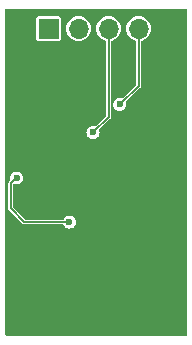
<source format=gbr>
%TF.GenerationSoftware,KiCad,Pcbnew,8.0.1*%
%TF.CreationDate,2025-01-22T19:33:39-07:00*%
%TF.ProjectId,TempSensor,54656d70-5365-46e7-936f-722e6b696361,rev?*%
%TF.SameCoordinates,Original*%
%TF.FileFunction,Copper,L2,Bot*%
%TF.FilePolarity,Positive*%
%FSLAX46Y46*%
G04 Gerber Fmt 4.6, Leading zero omitted, Abs format (unit mm)*
G04 Created by KiCad (PCBNEW 8.0.1) date 2025-01-22 19:33:39*
%MOMM*%
%LPD*%
G01*
G04 APERTURE LIST*
%TA.AperFunction,ComponentPad*%
%ADD10R,1.700000X1.700000*%
%TD*%
%TA.AperFunction,ComponentPad*%
%ADD11O,1.700000X1.700000*%
%TD*%
%TA.AperFunction,ViaPad*%
%ADD12C,0.600000*%
%TD*%
%TA.AperFunction,Conductor*%
%ADD13C,0.152400*%
%TD*%
G04 APERTURE END LIST*
D10*
%TO.P,J2,1,Pin_1*%
%TO.N,VCC*%
X174090000Y-63660000D03*
D11*
%TO.P,J2,2,Pin_2*%
%TO.N,GND*%
X176630000Y-63660000D03*
%TO.P,J2,3,Pin_3*%
%TO.N,LED1*%
X179170000Y-63660000D03*
%TO.P,J2,4,Pin_4*%
%TO.N,LED2*%
X181710000Y-63660000D03*
%TD*%
D12*
%TO.N,VDD_3.3V*%
X183730000Y-66420000D03*
X172610000Y-86000000D03*
X176300000Y-72800000D03*
X173870000Y-74210000D03*
X171960000Y-81020000D03*
%TO.N,SQ_Pulse*%
X171400000Y-76290000D03*
X175850000Y-80030000D03*
%TO.N,LED1*%
X177850000Y-72430000D03*
%TO.N,LED2*%
X180120000Y-70070000D03*
%TD*%
D13*
%TO.N,SQ_Pulse*%
X172040000Y-80030000D02*
X170880000Y-78870000D01*
X170880000Y-76740000D02*
X170890000Y-76730000D01*
X171330000Y-76290000D02*
X171400000Y-76290000D01*
X170880000Y-78870000D02*
X170880000Y-76740000D01*
X170890000Y-76730000D02*
X171330000Y-76290000D01*
X175850000Y-80030000D02*
X172040000Y-80030000D01*
%TO.N,LED1*%
X179170000Y-71110000D02*
X179170000Y-63660000D01*
X177850000Y-72430000D02*
X179170000Y-71110000D01*
%TO.N,LED2*%
X181710000Y-68480000D02*
X181710000Y-63660000D01*
X180120000Y-70070000D02*
X181710000Y-68480000D01*
%TD*%
%TA.AperFunction,Conductor*%
%TO.N,VDD_3.3V*%
G36*
X185777638Y-61978093D02*
G01*
X185803358Y-62022642D01*
X185804500Y-62035700D01*
X185804500Y-89594300D01*
X185786907Y-89642638D01*
X185742358Y-89668358D01*
X185729300Y-89669500D01*
X170520700Y-89669500D01*
X170472362Y-89651907D01*
X170446642Y-89607358D01*
X170445500Y-89594300D01*
X170445500Y-78910519D01*
X170676300Y-78910519D01*
X170707311Y-78985387D01*
X170764613Y-79042689D01*
X170764614Y-79042689D01*
X170775190Y-79053265D01*
X171863018Y-80141093D01*
X171863031Y-80141108D01*
X171924611Y-80202688D01*
X171924613Y-80202689D01*
X171955624Y-80215534D01*
X171955629Y-80215535D01*
X171999482Y-80233701D01*
X172089271Y-80233701D01*
X172089279Y-80233700D01*
X175288271Y-80233700D01*
X175336609Y-80251293D01*
X175357747Y-80280122D01*
X175369140Y-80307627D01*
X175457378Y-80422621D01*
X175572373Y-80510860D01*
X175572374Y-80510860D01*
X175572375Y-80510861D01*
X175706291Y-80566330D01*
X175850000Y-80585250D01*
X175993709Y-80566330D01*
X176127625Y-80510861D01*
X176242621Y-80422621D01*
X176330861Y-80307625D01*
X176386330Y-80173709D01*
X176405250Y-80030000D01*
X176386330Y-79886291D01*
X176330861Y-79752375D01*
X176330860Y-79752374D01*
X176330860Y-79752373D01*
X176242621Y-79637378D01*
X176127626Y-79549139D01*
X175993711Y-79493671D01*
X175993709Y-79493670D01*
X175850000Y-79474750D01*
X175706291Y-79493670D01*
X175706288Y-79493670D01*
X175706288Y-79493671D01*
X175572373Y-79549139D01*
X175457378Y-79637378D01*
X175369140Y-79752372D01*
X175357747Y-79779878D01*
X175322995Y-79817803D01*
X175288271Y-79826300D01*
X172155523Y-79826300D01*
X172107185Y-79808707D01*
X172102349Y-79804274D01*
X171105726Y-78807651D01*
X171083986Y-78761031D01*
X171083700Y-78754477D01*
X171083700Y-76867385D01*
X171101293Y-76819047D01*
X171145842Y-76793327D01*
X171187674Y-76797908D01*
X171256291Y-76826330D01*
X171400000Y-76845250D01*
X171543709Y-76826330D01*
X171677625Y-76770861D01*
X171792621Y-76682621D01*
X171880861Y-76567625D01*
X171936330Y-76433709D01*
X171955250Y-76290000D01*
X171936330Y-76146291D01*
X171880861Y-76012375D01*
X171880860Y-76012374D01*
X171880860Y-76012373D01*
X171792621Y-75897378D01*
X171677626Y-75809139D01*
X171543711Y-75753671D01*
X171543709Y-75753670D01*
X171400000Y-75734750D01*
X171256291Y-75753670D01*
X171256288Y-75753670D01*
X171256288Y-75753671D01*
X171122373Y-75809139D01*
X171007378Y-75897378D01*
X170919139Y-76012373D01*
X170863671Y-76146288D01*
X170863670Y-76146291D01*
X170844750Y-76290000D01*
X170862848Y-76427468D01*
X170851714Y-76477688D01*
X170841466Y-76490457D01*
X170774617Y-76557308D01*
X170774614Y-76557311D01*
X170764617Y-76567306D01*
X170764614Y-76567309D01*
X170764614Y-76567310D01*
X170764613Y-76567311D01*
X170735963Y-76595961D01*
X170707313Y-76624610D01*
X170707312Y-76624612D01*
X170707311Y-76624613D01*
X170676300Y-76699481D01*
X170676300Y-78910519D01*
X170445500Y-78910519D01*
X170445500Y-72430000D01*
X177294750Y-72430000D01*
X177313670Y-72573709D01*
X177313671Y-72573711D01*
X177369139Y-72707626D01*
X177457378Y-72822621D01*
X177572373Y-72910860D01*
X177572374Y-72910860D01*
X177572375Y-72910861D01*
X177706291Y-72966330D01*
X177850000Y-72985250D01*
X177993709Y-72966330D01*
X178127625Y-72910861D01*
X178242621Y-72822621D01*
X178330861Y-72707625D01*
X178386330Y-72573709D01*
X178405250Y-72430000D01*
X178386330Y-72286291D01*
X178374937Y-72258785D01*
X178372694Y-72207394D01*
X178391237Y-72176836D01*
X179285385Y-71282689D01*
X179285387Y-71282689D01*
X179342689Y-71225387D01*
X179351772Y-71203458D01*
X179373701Y-71150519D01*
X179373701Y-71069481D01*
X179373701Y-71063426D01*
X179373700Y-71063412D01*
X179373700Y-70070000D01*
X179564750Y-70070000D01*
X179583670Y-70213709D01*
X179583671Y-70213711D01*
X179639139Y-70347626D01*
X179727378Y-70462621D01*
X179842373Y-70550860D01*
X179842374Y-70550860D01*
X179842375Y-70550861D01*
X179976291Y-70606330D01*
X180120000Y-70625250D01*
X180263709Y-70606330D01*
X180397625Y-70550861D01*
X180512621Y-70462621D01*
X180600861Y-70347625D01*
X180656330Y-70213709D01*
X180675250Y-70070000D01*
X180656330Y-69926291D01*
X180644937Y-69898785D01*
X180642694Y-69847394D01*
X180661237Y-69816836D01*
X181825385Y-68652689D01*
X181825387Y-68652689D01*
X181882689Y-68595387D01*
X181895534Y-68564375D01*
X181913701Y-68520518D01*
X181913701Y-68439481D01*
X181913701Y-68433426D01*
X181913700Y-68433412D01*
X181913700Y-64751749D01*
X181931293Y-64703411D01*
X181967070Y-64679788D01*
X182070411Y-64648440D01*
X182113945Y-64635235D01*
X182113947Y-64635234D01*
X182113954Y-64635232D01*
X182296450Y-64537685D01*
X182456410Y-64406410D01*
X182587685Y-64246450D01*
X182685232Y-64063954D01*
X182745300Y-63865934D01*
X182765583Y-63660000D01*
X182745300Y-63454066D01*
X182685232Y-63256046D01*
X182587685Y-63073550D01*
X182456410Y-62913590D01*
X182296450Y-62782315D01*
X182296445Y-62782312D01*
X182113959Y-62684770D01*
X182113947Y-62684765D01*
X181915932Y-62624699D01*
X181710000Y-62604417D01*
X181504067Y-62624699D01*
X181306052Y-62684765D01*
X181306040Y-62684770D01*
X181123554Y-62782312D01*
X181123549Y-62782315D01*
X180963590Y-62913590D01*
X180832315Y-63073549D01*
X180832312Y-63073554D01*
X180734770Y-63256040D01*
X180734765Y-63256052D01*
X180674699Y-63454067D01*
X180654417Y-63660000D01*
X180674699Y-63865932D01*
X180734765Y-64063947D01*
X180734770Y-64063959D01*
X180832312Y-64246445D01*
X180832315Y-64246450D01*
X180963590Y-64406410D01*
X181123550Y-64537685D01*
X181306046Y-64635232D01*
X181306049Y-64635233D01*
X181306054Y-64635235D01*
X181369733Y-64654551D01*
X181452929Y-64679788D01*
X181494078Y-64710654D01*
X181506300Y-64751749D01*
X181506300Y-68364476D01*
X181488707Y-68412814D01*
X181484274Y-68417650D01*
X180373163Y-69528760D01*
X180326543Y-69550500D01*
X180291213Y-69545062D01*
X180275248Y-69538449D01*
X180263710Y-69533670D01*
X180120000Y-69514750D01*
X179976291Y-69533670D01*
X179976288Y-69533670D01*
X179976288Y-69533671D01*
X179842373Y-69589139D01*
X179727378Y-69677378D01*
X179639139Y-69792373D01*
X179595063Y-69898785D01*
X179583670Y-69926291D01*
X179564750Y-70070000D01*
X179373700Y-70070000D01*
X179373700Y-64751749D01*
X179391293Y-64703411D01*
X179427070Y-64679788D01*
X179530411Y-64648440D01*
X179573945Y-64635235D01*
X179573947Y-64635234D01*
X179573954Y-64635232D01*
X179756450Y-64537685D01*
X179916410Y-64406410D01*
X180047685Y-64246450D01*
X180145232Y-64063954D01*
X180205300Y-63865934D01*
X180225583Y-63660000D01*
X180205300Y-63454066D01*
X180145232Y-63256046D01*
X180047685Y-63073550D01*
X179916410Y-62913590D01*
X179756450Y-62782315D01*
X179756445Y-62782312D01*
X179573959Y-62684770D01*
X179573947Y-62684765D01*
X179375932Y-62624699D01*
X179170000Y-62604417D01*
X178964067Y-62624699D01*
X178766052Y-62684765D01*
X178766040Y-62684770D01*
X178583554Y-62782312D01*
X178583549Y-62782315D01*
X178423590Y-62913590D01*
X178292315Y-63073549D01*
X178292312Y-63073554D01*
X178194770Y-63256040D01*
X178194765Y-63256052D01*
X178134699Y-63454067D01*
X178114417Y-63660000D01*
X178134699Y-63865932D01*
X178194765Y-64063947D01*
X178194770Y-64063959D01*
X178292312Y-64246445D01*
X178292315Y-64246450D01*
X178423590Y-64406410D01*
X178583550Y-64537685D01*
X178766046Y-64635232D01*
X178766049Y-64635233D01*
X178766054Y-64635235D01*
X178829733Y-64654551D01*
X178912929Y-64679788D01*
X178954078Y-64710654D01*
X178966300Y-64751749D01*
X178966300Y-70994476D01*
X178948707Y-71042814D01*
X178944274Y-71047650D01*
X178103163Y-71888760D01*
X178056543Y-71910500D01*
X178021213Y-71905062D01*
X178005248Y-71898449D01*
X177993710Y-71893670D01*
X177850000Y-71874750D01*
X177706291Y-71893670D01*
X177706288Y-71893670D01*
X177706288Y-71893671D01*
X177572373Y-71949139D01*
X177457378Y-72037378D01*
X177369139Y-72152373D01*
X177325063Y-72258785D01*
X177313670Y-72286291D01*
X177294750Y-72430000D01*
X170445500Y-72430000D01*
X170445500Y-64529748D01*
X173039500Y-64529748D01*
X173051132Y-64588229D01*
X173051133Y-64588231D01*
X173095448Y-64654552D01*
X173161769Y-64698867D01*
X173184613Y-64703411D01*
X173220251Y-64710500D01*
X173220252Y-64710500D01*
X174959749Y-64710500D01*
X174979242Y-64706622D01*
X175018231Y-64698867D01*
X175084552Y-64654552D01*
X175128867Y-64588231D01*
X175140500Y-64529748D01*
X175140500Y-63660000D01*
X175574417Y-63660000D01*
X175594699Y-63865932D01*
X175654765Y-64063947D01*
X175654770Y-64063959D01*
X175752312Y-64246445D01*
X175752315Y-64246450D01*
X175883590Y-64406410D01*
X176043550Y-64537685D01*
X176226046Y-64635232D01*
X176226050Y-64635233D01*
X176226052Y-64635234D01*
X176289733Y-64654551D01*
X176424066Y-64695300D01*
X176630000Y-64715583D01*
X176835934Y-64695300D01*
X177033954Y-64635232D01*
X177216450Y-64537685D01*
X177376410Y-64406410D01*
X177507685Y-64246450D01*
X177605232Y-64063954D01*
X177665300Y-63865934D01*
X177685583Y-63660000D01*
X177665300Y-63454066D01*
X177605232Y-63256046D01*
X177507685Y-63073550D01*
X177376410Y-62913590D01*
X177216450Y-62782315D01*
X177216445Y-62782312D01*
X177033959Y-62684770D01*
X177033947Y-62684765D01*
X176835932Y-62624699D01*
X176630000Y-62604417D01*
X176424067Y-62624699D01*
X176226052Y-62684765D01*
X176226040Y-62684770D01*
X176043554Y-62782312D01*
X176043549Y-62782315D01*
X175883590Y-62913590D01*
X175752315Y-63073549D01*
X175752312Y-63073554D01*
X175654770Y-63256040D01*
X175654765Y-63256052D01*
X175594699Y-63454067D01*
X175574417Y-63660000D01*
X175140500Y-63660000D01*
X175140500Y-62790252D01*
X175128867Y-62731769D01*
X175084552Y-62665448D01*
X175018231Y-62621133D01*
X175018229Y-62621132D01*
X174959749Y-62609500D01*
X174959748Y-62609500D01*
X173220252Y-62609500D01*
X173220251Y-62609500D01*
X173161770Y-62621132D01*
X173161768Y-62621133D01*
X173095448Y-62665448D01*
X173051133Y-62731768D01*
X173051132Y-62731770D01*
X173039500Y-62790251D01*
X173039500Y-64529748D01*
X170445500Y-64529748D01*
X170445500Y-62035700D01*
X170463093Y-61987362D01*
X170507642Y-61961642D01*
X170520700Y-61960500D01*
X185729300Y-61960500D01*
X185777638Y-61978093D01*
G37*
%TD.AperFunction*%
%TD*%
M02*

</source>
